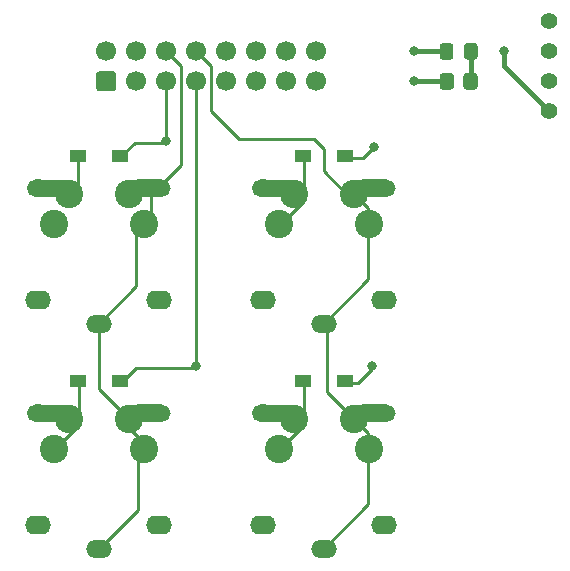
<source format=gbl>
%TF.GenerationSoftware,KiCad,Pcbnew,(5.1.12-1-10_14)*%
%TF.CreationDate,2021-11-18T12:52:19+08:00*%
%TF.ProjectId,Pragmatic,50726167-6d61-4746-9963-2e6b69636164,0.1*%
%TF.SameCoordinates,Original*%
%TF.FileFunction,Copper,L2,Bot*%
%TF.FilePolarity,Positive*%
%FSLAX46Y46*%
G04 Gerber Fmt 4.6, Leading zero omitted, Abs format (unit mm)*
G04 Created by KiCad (PCBNEW (5.1.12-1-10_14)) date 2021-11-18 12:52:19*
%MOMM*%
%LPD*%
G01*
G04 APERTURE LIST*
%TA.AperFunction,ComponentPad*%
%ADD10C,2.400000*%
%TD*%
%TA.AperFunction,ComponentPad*%
%ADD11O,2.200000X1.600000*%
%TD*%
%TA.AperFunction,ComponentPad*%
%ADD12O,2.200000X1.500000*%
%TD*%
%TA.AperFunction,SMDPad,CuDef*%
%ADD13R,1.400000X1.000000*%
%TD*%
%TA.AperFunction,ComponentPad*%
%ADD14C,1.397000*%
%TD*%
%TA.AperFunction,ComponentPad*%
%ADD15C,1.700000*%
%TD*%
%TA.AperFunction,ViaPad*%
%ADD16C,0.800000*%
%TD*%
%TA.AperFunction,Conductor*%
%ADD17C,0.250000*%
%TD*%
%TA.AperFunction,Conductor*%
%ADD18C,0.400000*%
%TD*%
G04 APERTURE END LIST*
D10*
X80010000Y-73660000D03*
D11*
X81300000Y-80100000D03*
%TA.AperFunction,ComponentPad*%
G36*
G01*
X70100043Y-70640401D02*
X70100043Y-70640401D01*
G75*
G02*
X70856559Y-69896975I749971J-6545D01*
G01*
X73756447Y-69922281D01*
G75*
G02*
X74499873Y-70678797I-6545J-749971D01*
G01*
X74499873Y-70678797D01*
G75*
G02*
X73743357Y-71422223I-749971J6545D01*
G01*
X70843469Y-71396917D01*
G75*
G02*
X70100043Y-70640401I6545J749971D01*
G01*
G37*
%TD.AperFunction*%
D10*
X73660000Y-71120000D03*
X72390000Y-73660000D03*
D11*
X71100000Y-80100000D03*
%TA.AperFunction,ComponentPad*%
G36*
G01*
X77900126Y-70678797D02*
X77900126Y-70678797D01*
G75*
G02*
X78643552Y-69922281I749971J6545D01*
G01*
X81543442Y-69896975D01*
G75*
G02*
X82299958Y-70640401I6545J-749971D01*
G01*
X82299958Y-70640401D01*
G75*
G02*
X81556532Y-71396917I-749971J-6545D01*
G01*
X78656642Y-71422223D01*
G75*
G02*
X77900126Y-70678797I-6545J749971D01*
G01*
G37*
%TD.AperFunction*%
D10*
X78740000Y-71120000D03*
X78740000Y-71120000D03*
%TA.AperFunction,ComponentPad*%
G36*
G01*
X77900126Y-70678797D02*
X77900126Y-70678797D01*
G75*
G02*
X78643552Y-69922281I749971J6545D01*
G01*
X81543442Y-69896975D01*
G75*
G02*
X82299958Y-70640401I6545J-749971D01*
G01*
X82299958Y-70640401D01*
G75*
G02*
X81556532Y-71396917I-749971J-6545D01*
G01*
X78656642Y-71422223D01*
G75*
G02*
X77900126Y-70678797I-6545J749971D01*
G01*
G37*
%TD.AperFunction*%
D11*
X71100000Y-80100000D03*
D12*
X76200000Y-82100000D03*
D10*
X72390000Y-73660000D03*
%TA.AperFunction,SMDPad,CuDef*%
G36*
G01*
X86030000Y-42995400D02*
X86030000Y-42094600D01*
G75*
G02*
X86279600Y-41845000I249600J0D01*
G01*
X86980400Y-41845000D01*
G75*
G02*
X87230000Y-42094600I0J-249600D01*
G01*
X87230000Y-42995400D01*
G75*
G02*
X86980400Y-43245000I-249600J0D01*
G01*
X86279600Y-43245000D01*
G75*
G02*
X86030000Y-42995400I0J249600D01*
G01*
G37*
%TD.AperFunction*%
%TA.AperFunction,SMDPad,CuDef*%
G36*
G01*
X88030000Y-42995400D02*
X88030000Y-42094600D01*
G75*
G02*
X88279600Y-41845000I249600J0D01*
G01*
X88980400Y-41845000D01*
G75*
G02*
X89230000Y-42094600I0J-249600D01*
G01*
X89230000Y-42995400D01*
G75*
G02*
X88980400Y-43245000I-249600J0D01*
G01*
X88279600Y-43245000D01*
G75*
G02*
X88030000Y-42995400I0J249600D01*
G01*
G37*
%TD.AperFunction*%
%TA.AperFunction,SMDPad,CuDef*%
G36*
G01*
X88080000Y-40455450D02*
X88080000Y-39554550D01*
G75*
G02*
X88329550Y-39305000I249550J0D01*
G01*
X88980450Y-39305000D01*
G75*
G02*
X89230000Y-39554550I0J-249550D01*
G01*
X89230000Y-40455450D01*
G75*
G02*
X88980450Y-40705000I-249550J0D01*
G01*
X88329550Y-40705000D01*
G75*
G02*
X88080000Y-40455450I0J249550D01*
G01*
G37*
%TD.AperFunction*%
%TA.AperFunction,SMDPad,CuDef*%
G36*
G01*
X86030000Y-40455450D02*
X86030000Y-39554550D01*
G75*
G02*
X86279550Y-39305000I249550J0D01*
G01*
X86930450Y-39305000D01*
G75*
G02*
X87180000Y-39554550I0J-249550D01*
G01*
X87180000Y-40455450D01*
G75*
G02*
X86930450Y-40705000I-249550J0D01*
G01*
X86279550Y-40705000D01*
G75*
G02*
X86030000Y-40455450I0J249550D01*
G01*
G37*
%TD.AperFunction*%
X60960000Y-73660000D03*
D11*
X62250000Y-80100000D03*
%TA.AperFunction,ComponentPad*%
G36*
G01*
X51050043Y-70640401D02*
X51050043Y-70640401D01*
G75*
G02*
X51806559Y-69896975I749971J-6545D01*
G01*
X54706447Y-69922281D01*
G75*
G02*
X55449873Y-70678797I-6545J-749971D01*
G01*
X55449873Y-70678797D01*
G75*
G02*
X54693357Y-71422223I-749971J6545D01*
G01*
X51793469Y-71396917D01*
G75*
G02*
X51050043Y-70640401I6545J749971D01*
G01*
G37*
%TD.AperFunction*%
D10*
X54610000Y-71120000D03*
X53340000Y-73660000D03*
D11*
X52050000Y-80100000D03*
%TA.AperFunction,ComponentPad*%
G36*
G01*
X58850126Y-70678797D02*
X58850126Y-70678797D01*
G75*
G02*
X59593552Y-69922281I749971J6545D01*
G01*
X62493442Y-69896975D01*
G75*
G02*
X63249958Y-70640401I6545J-749971D01*
G01*
X63249958Y-70640401D01*
G75*
G02*
X62506532Y-71396917I-749971J-6545D01*
G01*
X59606642Y-71422223D01*
G75*
G02*
X58850126Y-70678797I-6545J749971D01*
G01*
G37*
%TD.AperFunction*%
D10*
X59690000Y-71120000D03*
X59690000Y-71120000D03*
%TA.AperFunction,ComponentPad*%
G36*
G01*
X58850126Y-70678797D02*
X58850126Y-70678797D01*
G75*
G02*
X59593552Y-69922281I749971J6545D01*
G01*
X62493442Y-69896975D01*
G75*
G02*
X63249958Y-70640401I6545J-749971D01*
G01*
X63249958Y-70640401D01*
G75*
G02*
X62506532Y-71396917I-749971J-6545D01*
G01*
X59606642Y-71422223D01*
G75*
G02*
X58850126Y-70678797I-6545J749971D01*
G01*
G37*
%TD.AperFunction*%
D11*
X52050000Y-80100000D03*
D12*
X57150000Y-82100000D03*
D10*
X53340000Y-73660000D03*
X80010000Y-54610000D03*
D11*
X81300000Y-61050000D03*
%TA.AperFunction,ComponentPad*%
G36*
G01*
X70100043Y-51590401D02*
X70100043Y-51590401D01*
G75*
G02*
X70856559Y-50846975I749971J-6545D01*
G01*
X73756447Y-50872281D01*
G75*
G02*
X74499873Y-51628797I-6545J-749971D01*
G01*
X74499873Y-51628797D01*
G75*
G02*
X73743357Y-52372223I-749971J6545D01*
G01*
X70843469Y-52346917D01*
G75*
G02*
X70100043Y-51590401I6545J749971D01*
G01*
G37*
%TD.AperFunction*%
D10*
X73660000Y-52070000D03*
X72390000Y-54610000D03*
D11*
X71100000Y-61050000D03*
%TA.AperFunction,ComponentPad*%
G36*
G01*
X77900126Y-51628797D02*
X77900126Y-51628797D01*
G75*
G02*
X78643552Y-50872281I749971J6545D01*
G01*
X81543442Y-50846975D01*
G75*
G02*
X82299958Y-51590401I6545J-749971D01*
G01*
X82299958Y-51590401D01*
G75*
G02*
X81556532Y-52346917I-749971J-6545D01*
G01*
X78656642Y-52372223D01*
G75*
G02*
X77900126Y-51628797I-6545J749971D01*
G01*
G37*
%TD.AperFunction*%
D10*
X78740000Y-52070000D03*
X78740000Y-52070000D03*
%TA.AperFunction,ComponentPad*%
G36*
G01*
X77900126Y-51628797D02*
X77900126Y-51628797D01*
G75*
G02*
X78643552Y-50872281I749971J6545D01*
G01*
X81543442Y-50846975D01*
G75*
G02*
X82299958Y-51590401I6545J-749971D01*
G01*
X82299958Y-51590401D01*
G75*
G02*
X81556532Y-52346917I-749971J-6545D01*
G01*
X78656642Y-52372223D01*
G75*
G02*
X77900126Y-51628797I-6545J749971D01*
G01*
G37*
%TD.AperFunction*%
D11*
X71100000Y-61050000D03*
D12*
X76200000Y-63050000D03*
D10*
X72390000Y-54610000D03*
X60960000Y-54610000D03*
D11*
X62250000Y-61050000D03*
%TA.AperFunction,ComponentPad*%
G36*
G01*
X51050043Y-51590401D02*
X51050043Y-51590401D01*
G75*
G02*
X51806559Y-50846975I749971J-6545D01*
G01*
X54706447Y-50872281D01*
G75*
G02*
X55449873Y-51628797I-6545J-749971D01*
G01*
X55449873Y-51628797D01*
G75*
G02*
X54693357Y-52372223I-749971J6545D01*
G01*
X51793469Y-52346917D01*
G75*
G02*
X51050043Y-51590401I6545J749971D01*
G01*
G37*
%TD.AperFunction*%
D10*
X54610000Y-52070000D03*
X53340000Y-54610000D03*
D11*
X52050000Y-61050000D03*
%TA.AperFunction,ComponentPad*%
G36*
G01*
X58850126Y-51628797D02*
X58850126Y-51628797D01*
G75*
G02*
X59593552Y-50872281I749971J6545D01*
G01*
X62493442Y-50846975D01*
G75*
G02*
X63249958Y-51590401I6545J-749971D01*
G01*
X63249958Y-51590401D01*
G75*
G02*
X62506532Y-52346917I-749971J-6545D01*
G01*
X59606642Y-52372223D01*
G75*
G02*
X58850126Y-51628797I-6545J749971D01*
G01*
G37*
%TD.AperFunction*%
D10*
X59690000Y-52070000D03*
X59690000Y-52070000D03*
%TA.AperFunction,ComponentPad*%
G36*
G01*
X58850126Y-51628797D02*
X58850126Y-51628797D01*
G75*
G02*
X59593552Y-50872281I749971J6545D01*
G01*
X62493442Y-50846975D01*
G75*
G02*
X63249958Y-51590401I6545J-749971D01*
G01*
X63249958Y-51590401D01*
G75*
G02*
X62506532Y-52346917I-749971J-6545D01*
G01*
X59606642Y-52372223D01*
G75*
G02*
X58850126Y-51628797I-6545J749971D01*
G01*
G37*
%TD.AperFunction*%
D11*
X52050000Y-61050000D03*
D12*
X57150000Y-63050000D03*
D10*
X53340000Y-54610000D03*
D13*
X74425000Y-67945000D03*
X77975000Y-67945000D03*
X55375000Y-67945000D03*
X58925000Y-67945000D03*
X74425000Y-48895000D03*
X77975000Y-48895000D03*
X55375000Y-48895000D03*
X58925000Y-48895000D03*
D14*
X95250000Y-45085000D03*
X95250000Y-42545000D03*
X95250000Y-40005000D03*
X95250000Y-37465000D03*
D15*
X75565000Y-40005000D03*
X73025000Y-40005000D03*
X70485000Y-40005000D03*
X67945000Y-40005000D03*
X65405000Y-40005000D03*
X62865000Y-40005000D03*
X60325000Y-40005000D03*
X57785000Y-40005000D03*
X75565000Y-42545000D03*
X73025000Y-42545000D03*
X70485000Y-42545000D03*
X67945000Y-42545000D03*
X65405000Y-42545000D03*
X62865000Y-42545000D03*
X60325000Y-42545000D03*
%TA.AperFunction,ComponentPad*%
G36*
G01*
X58385000Y-43395000D02*
X57185000Y-43395000D01*
G75*
G02*
X56935000Y-43145000I0J250000D01*
G01*
X56935000Y-41945000D01*
G75*
G02*
X57185000Y-41695000I250000J0D01*
G01*
X58385000Y-41695000D01*
G75*
G02*
X58635000Y-41945000I0J-250000D01*
G01*
X58635000Y-43145000D01*
G75*
G02*
X58385000Y-43395000I-250000J0D01*
G01*
G37*
%TD.AperFunction*%
D16*
X62865000Y-47625000D03*
X80454999Y-48069999D03*
X65405000Y-66675000D03*
X80328007Y-66675000D03*
X83820000Y-42545000D03*
X83820000Y-40005000D03*
X91440000Y-40005016D03*
X88655000Y-40005000D03*
D17*
X55375000Y-51305000D02*
X54610000Y-52070000D01*
X55375000Y-48895000D02*
X55375000Y-51305000D01*
X62865000Y-42545000D02*
X62865000Y-47625000D01*
X62738000Y-47752000D02*
X62865000Y-47625000D01*
X60198000Y-47752000D02*
X62738000Y-47752000D01*
X59052000Y-48898000D02*
X60198000Y-47752000D01*
X59052000Y-49022000D02*
X59052000Y-48898000D01*
X79502998Y-49022000D02*
X80454999Y-48069999D01*
X78102000Y-49022000D02*
X79502998Y-49022000D01*
X74549000Y-52641500D02*
X72580500Y-54610000D01*
X74549000Y-49025000D02*
X74549000Y-52641500D01*
X72580500Y-54610000D02*
X72390000Y-54610000D01*
X74552000Y-49022000D02*
X74549000Y-49025000D01*
X62150000Y-51600000D02*
X62065000Y-51600000D01*
X60325000Y-59875000D02*
X57150000Y-63050000D01*
X60960000Y-54610000D02*
X60325000Y-55245000D01*
X60325000Y-55245000D02*
X60325000Y-59875000D01*
X61595000Y-53975000D02*
X60960000Y-54610000D01*
X61595000Y-52155000D02*
X61595000Y-53975000D01*
X62150000Y-51600000D02*
X61595000Y-52155000D01*
X64135000Y-49615000D02*
X62150000Y-51600000D01*
X64135000Y-41275000D02*
X64135000Y-49615000D01*
X62865000Y-40005000D02*
X64135000Y-41275000D01*
X57150000Y-68580000D02*
X59690000Y-71120000D01*
X57150000Y-63050000D02*
X57150000Y-68580000D01*
X60960000Y-73152000D02*
X60960000Y-73660000D01*
X59690000Y-71882000D02*
X60960000Y-73152000D01*
X59690000Y-71120000D02*
X59690000Y-71882000D01*
X60452000Y-78798000D02*
X57150000Y-82100000D01*
X60452000Y-74168000D02*
X60452000Y-78798000D01*
X60960000Y-73660000D02*
X60452000Y-74168000D01*
X53467000Y-73660000D02*
X53340000Y-73660000D01*
X55502000Y-71625000D02*
X53467000Y-73660000D01*
X55502000Y-68072000D02*
X55502000Y-71625000D01*
X65405000Y-42545000D02*
X65405000Y-66675000D01*
X65278000Y-66802000D02*
X65405000Y-66675000D01*
X60322000Y-66802000D02*
X65278000Y-66802000D01*
X59052000Y-68072000D02*
X60322000Y-66802000D01*
X80328007Y-66864993D02*
X80328007Y-66675000D01*
X79121000Y-68072000D02*
X80328007Y-66864993D01*
X78102000Y-68072000D02*
X79121000Y-68072000D01*
X72517000Y-73660000D02*
X72390000Y-73660000D01*
X74552000Y-71625000D02*
X72517000Y-73660000D01*
X74552000Y-68072000D02*
X74552000Y-71625000D01*
D18*
X84090000Y-42545000D02*
X83820000Y-42545000D01*
X86630000Y-42545000D02*
X84090000Y-42545000D01*
D17*
X79939999Y-59310001D02*
X76200000Y-63050000D01*
X79939999Y-53269999D02*
X79939999Y-59310001D01*
X78740000Y-52070000D02*
X79939999Y-53269999D01*
X79939999Y-78360001D02*
X76200000Y-82100000D01*
X79939999Y-72319999D02*
X79939999Y-78360001D01*
X78740000Y-71120000D02*
X79939999Y-72319999D01*
X76454000Y-68834000D02*
X78740000Y-71120000D01*
X76454000Y-63304000D02*
X76454000Y-68834000D01*
X76200000Y-63050000D02*
X76454000Y-63304000D01*
X78105000Y-52070000D02*
X78740000Y-52070000D01*
X76200000Y-48260000D02*
X76200000Y-50165000D01*
X75380010Y-47440010D02*
X76200000Y-48260000D01*
X66675000Y-45085000D02*
X69030010Y-47440010D01*
X76200000Y-50165000D02*
X78105000Y-52070000D01*
X66675000Y-41275000D02*
X66675000Y-45085000D01*
X69030010Y-47440010D02*
X75380010Y-47440010D01*
X65405000Y-40005000D02*
X66675000Y-41275000D01*
D18*
X91440000Y-41275000D02*
X91440000Y-40005016D01*
X95250000Y-45085000D02*
X91440000Y-41275000D01*
X86605000Y-40005000D02*
X83820000Y-40005000D01*
X88655000Y-42520000D02*
X88630000Y-42545000D01*
X88655000Y-40005000D02*
X88655000Y-40005000D01*
X88655000Y-40005000D02*
X88655000Y-42520000D01*
M02*

</source>
